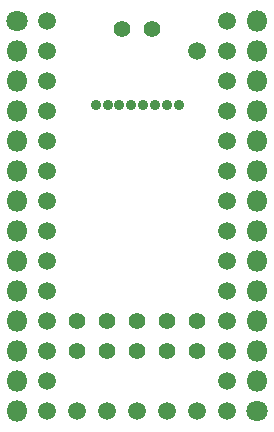
<source format=gbs>
G04 #@! TF.GenerationSoftware,KiCad,Pcbnew,(6.0.5)*
G04 #@! TF.CreationDate,2022-09-25T21:33:28+09:00*
G04 #@! TF.ProjectId,teensy4_header_breakout,7465656e-7379-4345-9f68-65616465725f,rev?*
G04 #@! TF.SameCoordinates,Original*
G04 #@! TF.FileFunction,Soldermask,Bot*
G04 #@! TF.FilePolarity,Negative*
%FSLAX46Y46*%
G04 Gerber Fmt 4.6, Leading zero omitted, Abs format (unit mm)*
G04 Created by KiCad (PCBNEW (6.0.5)) date 2022-09-25 21:33:28*
%MOMM*%
%LPD*%
G01*
G04 APERTURE LIST*
%ADD10C,1.801600*%
%ADD11O,1.801600X1.801600*%
%ADD12C,1.505600*%
%ADD13C,1.405600*%
%ADD14C,0.905600*%
G04 APERTURE END LIST*
D10*
X170180000Y-114300000D03*
D11*
X170180000Y-111760000D03*
X170180000Y-109220000D03*
X170180000Y-106680000D03*
X170180000Y-104140000D03*
X170180000Y-101600000D03*
X170180000Y-99060000D03*
X170180000Y-96520000D03*
X170180000Y-93980000D03*
X170180000Y-91440000D03*
X170180000Y-88900000D03*
X170180000Y-86360000D03*
X170180000Y-83820000D03*
X170180000Y-81280000D03*
D10*
X149860000Y-81280000D03*
D11*
X149860000Y-83820000D03*
X149860000Y-86360000D03*
X149860000Y-88900000D03*
X149860000Y-91440000D03*
X149860000Y-93980000D03*
X149860000Y-96520000D03*
X149860000Y-99060000D03*
X149860000Y-101600000D03*
X149860000Y-104140000D03*
X149860000Y-106680000D03*
X149860000Y-109220000D03*
X149860000Y-111760000D03*
X149860000Y-114300000D03*
D12*
X152400000Y-81280000D03*
X152400000Y-83820000D03*
X152400000Y-86360000D03*
X152400000Y-88900000D03*
X152400000Y-91440000D03*
X152400000Y-93980000D03*
X152400000Y-96520000D03*
X152400000Y-99060000D03*
X152400000Y-101600000D03*
X152400000Y-104140000D03*
X152400000Y-106680000D03*
X152400000Y-109220000D03*
X152400000Y-111760000D03*
X152400000Y-114300000D03*
X154940000Y-114300000D03*
X157480000Y-114300000D03*
X160020000Y-114300000D03*
X162560000Y-114300000D03*
X165100000Y-114300000D03*
X167640000Y-114300000D03*
X167640000Y-111760000D03*
X167640000Y-109220000D03*
X167640000Y-106680000D03*
X167640000Y-104140000D03*
X167640000Y-101600000D03*
X167640000Y-99060000D03*
X167640000Y-96520000D03*
X167640000Y-93980000D03*
X167640000Y-91440000D03*
X167640000Y-88900000D03*
X167640000Y-86360000D03*
X167640000Y-83820000D03*
X167640000Y-81280000D03*
X165100000Y-83820000D03*
D13*
X165100000Y-109220000D03*
X165100000Y-106680000D03*
X162560000Y-109220000D03*
X162560000Y-106680000D03*
X160020000Y-109220000D03*
X160020000Y-106680000D03*
X157480000Y-109220000D03*
X157480000Y-106680000D03*
X154940000Y-109220000D03*
X154940000Y-106680000D03*
D14*
X163520000Y-88418400D03*
X162520000Y-88418400D03*
X161520000Y-88418400D03*
X160520000Y-88418400D03*
X159520000Y-88418400D03*
X158520000Y-88418400D03*
X157520000Y-88418400D03*
X156520000Y-88418400D03*
D13*
X161290000Y-81915000D03*
X158750000Y-81915000D03*
M02*

</source>
